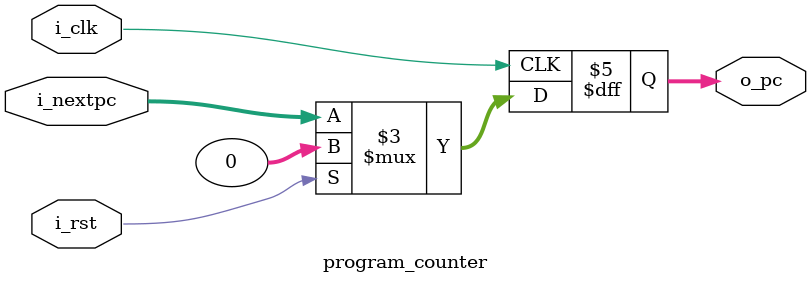
<source format=sv>
module program_counter (
  input  logic i_clk, i_rst,
  input  logic [31:0] i_nextpc,
  output logic [31:0] o_pc
);
  always_ff @(posedge i_clk) begin : pc_ff
    if (i_rst)
	   o_pc <= 32'b0;
	 else o_pc <= i_nextpc;
  end
endmodule
</source>
